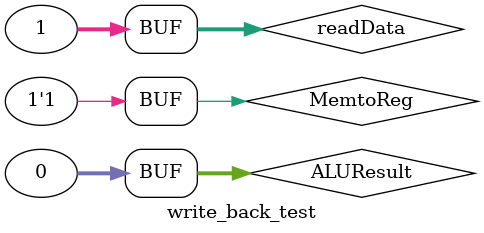
<source format=v>
`timescale 1ns / 1ps

module write_back_test;

	// Inputs
	reg MemtoReg;
	reg [31:0] readData;
	reg [31:0] ALUResult;

	// Outputs
	wire [31:0] writeData;

	// Instantiate the Unit Under Test (UUT)
	write_back uut (
		.MemtoReg(MemtoReg), 
		.readData(readData), 
		.ALUResult(ALUResult), 
		.writeData(writeData)
	);

	initial begin
		// Initialize Inputs
		MemtoReg = 0;
		readData = 1;
		ALUResult = 0;

		// Wait 100 ns for global reset to finish
		#100;
        
		// Add stimulus here
		
		MemtoReg = 1;
		readData = 1;
		ALUResult = 0;

	end
      
endmodule


</source>
